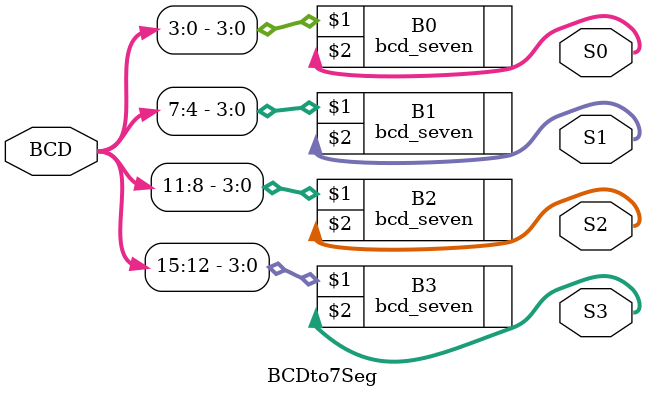
<source format=v>

`define D3 BCD[15:12] 
`define D2 BCD[11:8] 
`define D1 BCD[7:4] 
`define D0 BCD[3:0]  

module BCDto7Seg(
    input [15:0] BCD,
    output [6:0] S0,
    output [6:0] S1,
    output [6:0] S2,
    output [6:0] S3
    );
    
    bcd_seven B0 (`D0,S0);
    bcd_seven B1 (`D1,S1);
    bcd_seven B2 (`D2,S2);
    bcd_seven B3 (`D3,S3);
    
endmodule
</source>
